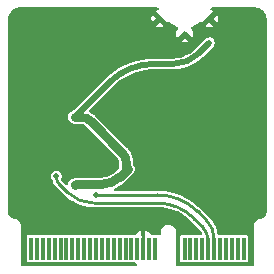
<source format=gbr>
%TF.GenerationSoftware,KiCad,Pcbnew,9.0.0*%
%TF.CreationDate,2025-05-22T16:29:36+04:00*%
%TF.ProjectId,02_05_sensor_magnetometer_LIS2MDLTR,30325f30-355f-4736-956e-736f725f6d61,rev?*%
%TF.SameCoordinates,Original*%
%TF.FileFunction,Copper,L2,Bot*%
%TF.FilePolarity,Positive*%
%FSLAX46Y46*%
G04 Gerber Fmt 4.6, Leading zero omitted, Abs format (unit mm)*
G04 Created by KiCad (PCBNEW 9.0.0) date 2025-05-22 16:29:36*
%MOMM*%
%LPD*%
G01*
G04 APERTURE LIST*
%TA.AperFunction,SMDPad,CuDef*%
%ADD10R,0.350000X1.950000*%
%TD*%
%TA.AperFunction,ComponentPad*%
%ADD11C,0.454000*%
%TD*%
%TA.AperFunction,ViaPad*%
%ADD12C,0.700000*%
%TD*%
%TA.AperFunction,ViaPad*%
%ADD13C,0.500000*%
%TD*%
%TA.AperFunction,Conductor*%
%ADD14C,0.750000*%
%TD*%
%TA.AperFunction,Conductor*%
%ADD15C,0.500000*%
%TD*%
%TA.AperFunction,Conductor*%
%ADD16C,0.250000*%
%TD*%
G04 APERTURE END LIST*
D10*
%TO.P,J1,2,3.3V*%
%TO.N,+3V3*%
X157501100Y-112840617D03*
%TO.P,J1,4,3.3V_EN*%
%TO.N,/3.3V_EN*%
X157001100Y-112840617D03*
%TO.P,J1,6,~{RESET}*%
%TO.N,+5V*%
X156501100Y-112840617D03*
%TO.P,J1,8,G11*%
%TO.N,/G11-SWO*%
X156001100Y-112840617D03*
%TO.P,J1,10,D0*%
%TO.N,/D0*%
X155501100Y-112840617D03*
%TO.P,J1,12,I2C_SDA*%
%TO.N,LIS2MDLTR_SDA*%
X155001100Y-112840617D03*
%TO.P,J1,14,I2C_SCL*%
%TO.N,LIS2MDLTR_SCL*%
X154501100Y-112840617D03*
%TO.P,J1,16,I2C_~{INT}*%
%TO.N,/I2C_~{INT}*%
X154001100Y-112840617D03*
%TO.P,J1,18,D1/CAM_TRIG*%
%TO.N,/D1-CAM_TRIG*%
X153501100Y-112840617D03*
%TO.P,J1,20,RX2*%
%TO.N,/UART_RX2*%
X153001100Y-112840617D03*
%TO.P,J1,22,TX2*%
%TO.N,/UART_TX2*%
X152501100Y-112840617D03*
%TO.P,J1,32,PWM0*%
%TO.N,/PWM0*%
X150001100Y-112840617D03*
%TO.P,J1,34,A0*%
%TO.N,/A0*%
X149501100Y-112840617D03*
%TO.P,J1,36,GND*%
%TO.N,GND*%
X149001100Y-112840617D03*
%TO.P,J1,38,A1*%
%TO.N,/A1*%
X148501100Y-112840617D03*
%TO.P,J1,40,G0/BUS0*%
%TO.N,/G0*%
X148001100Y-112840617D03*
%TO.P,J1,42,G1/BUS1*%
%TO.N,LIS2MDLTR_pwr_cyc*%
X147501100Y-112840617D03*
%TO.P,J1,44,G2/BUS2*%
%TO.N,LIS2MDLTR_INT*%
X147001100Y-112840617D03*
%TO.P,J1,46,G3/BUS3*%
%TO.N,/G3*%
X146501100Y-112840617D03*
%TO.P,J1,48,G4/BUS4*%
%TO.N,/G4*%
X146001100Y-112840617D03*
%TO.P,J1,50,AUD_BCLK*%
%TO.N,/AUD_BCLK*%
X145501100Y-112840617D03*
%TO.P,J1,52,AUD_LRCLK*%
%TO.N,/AUD_LRCLK*%
X145001100Y-112840617D03*
%TO.P,J1,54,AUD_IN/CAM_PCLK*%
%TO.N,/AUD_IN-CAM_PCLK*%
X144501100Y-112840617D03*
%TO.P,J1,56,AUD_OUT/CAM_MCLK*%
%TO.N,/AUD_OUT-CAM_MCLK*%
X144001100Y-112840617D03*
%TO.P,J1,58,AUD_MCLK*%
%TO.N,/AUD_MCLK*%
X143501100Y-112840617D03*
%TO.P,J1,60,SPI_SCK1/SDIO_CLK*%
%TO.N,LIS2MDLTR_MOSI*%
X143001100Y-112840617D03*
%TO.P,J1,62,SPI_SDO1/SDIO_CMD*%
%TO.N,LIS2MDLTR_MISO*%
X142501100Y-112840617D03*
%TO.P,J1,64,SPI_SDI1/SDIO_DATA0*%
%TO.N,LIS2MDLTR_SCK*%
X142001100Y-112840617D03*
%TO.P,J1,66,SDIO_DATA1*%
%TO.N,LIS2MDLTR_CS*%
X141501100Y-112840617D03*
%TO.P,J1,68,SDIO_DATA2*%
%TO.N,/SDIO_DATA2*%
X141001100Y-112840617D03*
%TO.P,J1,70,SPI_~{CS1}/SDIO_DATA3*%
%TO.N,/SDIO_DATA3-~{SPI_CS1}*%
X140501100Y-112840617D03*
%TO.P,J1,72,RTC_3V*%
%TO.N,/RTC_3V_BATT*%
X140001100Y-112840617D03*
%TO.P,J1,74,3.3V*%
%TO.N,+3V3*%
X139501100Y-112840617D03*
D11*
%TO.P,J1,GND1,GND*%
%TO.N,GND*%
X150401100Y-93365617D03*
%TO.P,J1,GND2,GND*%
X152501100Y-94665617D03*
%TO.P,J1,GND3,GND*%
X154601100Y-93365617D03*
%TD*%
D12*
%TO.N,GND*%
X146400000Y-93915617D03*
X146400000Y-94915617D03*
X145400000Y-95915617D03*
X145400000Y-94915617D03*
X145400000Y-93915617D03*
X147400000Y-93915617D03*
X152900000Y-99900000D03*
X152900000Y-98900000D03*
X153900000Y-97900000D03*
X153900000Y-98900000D03*
X153900000Y-99900000D03*
X151900000Y-99900000D03*
D13*
%TO.N,+3V3*%
X154600000Y-95400000D03*
X143200000Y-107500000D03*
X143200000Y-101700000D03*
X147700000Y-106100000D03*
%TO.N,LIS2MDLTR_SCL*%
X141650064Y-106704093D03*
%TO.N,LIS2MDLTR_SDA*%
X145000000Y-108300000D03*
%TD*%
D14*
%TO.N,+3V3*%
X147211090Y-104711090D02*
G75*
G02*
X147564602Y-105564644I-853590J-853510D01*
G01*
X144553553Y-102053553D02*
G75*
G03*
X143700000Y-101699998I-853553J-853547D01*
G01*
X147564644Y-106064644D02*
G75*
G03*
X147650000Y-106100003I85356J85344D01*
G01*
X147650000Y-106100000D02*
X147700000Y-106100000D01*
X147564644Y-106064644D02*
X147564644Y-105564644D01*
X147211090Y-104711090D02*
X144553553Y-102053553D01*
X143200000Y-101700000D02*
X143700000Y-101700000D01*
X143370710Y-107400000D02*
X145480761Y-107400000D01*
D15*
X154600000Y-95400000D02*
X153700000Y-96300000D01*
D14*
X143200000Y-107500000D02*
X143250000Y-107450000D01*
D15*
X149953963Y-97200000D02*
X151527207Y-97200000D01*
X146106207Y-98793792D02*
X143200000Y-101700000D01*
D14*
X147050000Y-106750000D02*
X147700000Y-106100000D01*
D15*
X149953963Y-97200000D02*
G75*
G03*
X146106236Y-98793821I37J-5441500D01*
G01*
X153700000Y-96300000D02*
G75*
G02*
X151527207Y-97200003I-2172800J2172800D01*
G01*
D14*
X147050000Y-106750000D02*
G75*
G02*
X145480761Y-107399984I-1569200J1569200D01*
G01*
X143370710Y-107400000D02*
G75*
G03*
X143249997Y-107449997I-10J-170700D01*
G01*
D16*
%TO.N,LIS2MDLTR_SCL*%
X141807738Y-107307738D02*
X142575032Y-108075032D01*
X150231455Y-109000000D02*
X144808102Y-109000000D01*
X154501100Y-112170858D02*
X154501100Y-112840617D01*
X154027509Y-111027509D02*
X153250550Y-110250550D01*
X141650064Y-106704093D02*
X141650064Y-106927078D01*
X154027509Y-111027509D02*
G75*
G02*
X154501141Y-112170858I-1143309J-1143391D01*
G01*
X141807738Y-107307738D02*
G75*
G02*
X141650080Y-106927078I380662J380638D01*
G01*
X150231455Y-109000000D02*
G75*
G02*
X153250563Y-110250537I45J-4269600D01*
G01*
X144808102Y-109000000D02*
G75*
G02*
X142575039Y-108075025I-2J3158000D01*
G01*
%TO.N,LIS2MDLTR_SDA*%
X150219323Y-108300000D02*
X145100000Y-108300000D01*
X155001100Y-111970858D02*
X155001100Y-112840617D01*
X154386087Y-110486087D02*
X153600550Y-109700550D01*
X150219323Y-108300000D02*
G75*
G02*
X153600543Y-109700557I-23J-4781800D01*
G01*
X154386087Y-110486087D02*
G75*
G02*
X155001124Y-111970858I-1484787J-1484813D01*
G01*
%TD*%
%TA.AperFunction,Conductor*%
%TO.N,GND*%
G36*
X150256125Y-92435802D02*
G01*
X150301880Y-92488606D01*
X150311824Y-92557764D01*
X150282799Y-92621320D01*
X150224021Y-92659094D01*
X150213277Y-92661734D01*
X150189049Y-92666553D01*
X150071678Y-92715168D01*
X150561613Y-93205104D01*
X151051547Y-93695038D01*
X151055949Y-93694162D01*
X151091477Y-93650076D01*
X151157771Y-93628010D01*
X151225470Y-93645288D01*
X151243401Y-93658218D01*
X151419344Y-93810673D01*
X151419350Y-93810677D01*
X151635996Y-93949907D01*
X151636019Y-93949920D01*
X151862774Y-94053475D01*
X151915578Y-94099229D01*
X151935263Y-94166269D01*
X151915579Y-94233308D01*
X151914366Y-94235159D01*
X151856840Y-94321254D01*
X151802038Y-94453558D01*
X151802036Y-94453566D01*
X151774100Y-94594009D01*
X151774100Y-94737224D01*
X151802035Y-94877667D01*
X151802038Y-94877676D01*
X151850650Y-94995037D01*
X152252905Y-94592784D01*
X152314228Y-94559299D01*
X152383920Y-94564283D01*
X152428267Y-94592784D01*
X152430389Y-94594906D01*
X152416324Y-94608972D01*
X152401100Y-94645726D01*
X152401100Y-94685508D01*
X152416324Y-94722262D01*
X152444455Y-94750393D01*
X152481209Y-94765617D01*
X152520991Y-94765617D01*
X152557745Y-94750393D01*
X152585876Y-94722262D01*
X152601100Y-94685508D01*
X152601100Y-94645726D01*
X152585876Y-94608972D01*
X152571810Y-94594906D01*
X152573932Y-94592785D01*
X152635255Y-94559300D01*
X152704947Y-94564284D01*
X152749294Y-94592785D01*
X153151547Y-94995038D01*
X153200161Y-94877675D01*
X153200163Y-94877667D01*
X153228099Y-94737224D01*
X153228100Y-94737221D01*
X153228100Y-94594013D01*
X153228099Y-94594009D01*
X153200163Y-94453566D01*
X153200161Y-94453558D01*
X153145358Y-94321250D01*
X153087834Y-94235159D01*
X153066956Y-94168482D01*
X153085441Y-94101102D01*
X153137420Y-94054412D01*
X153139316Y-94053524D01*
X153221343Y-94016064D01*
X154271677Y-94016064D01*
X154389041Y-94064678D01*
X154389049Y-94064680D01*
X154529492Y-94092616D01*
X154529496Y-94092617D01*
X154672704Y-94092617D01*
X154672707Y-94092616D01*
X154813150Y-94064680D01*
X154813158Y-94064678D01*
X154930521Y-94016064D01*
X154601101Y-93686643D01*
X154601100Y-93686643D01*
X154271677Y-94016064D01*
X153221343Y-94016064D01*
X153366192Y-93949914D01*
X153582856Y-93810673D01*
X153758800Y-93658216D01*
X153822353Y-93629193D01*
X153891511Y-93639136D01*
X153944315Y-93684891D01*
X153949503Y-93694810D01*
X153950650Y-93695038D01*
X154299964Y-93345726D01*
X154501100Y-93345726D01*
X154501100Y-93385508D01*
X154516324Y-93422262D01*
X154544455Y-93450393D01*
X154581209Y-93465617D01*
X154620991Y-93465617D01*
X154657745Y-93450393D01*
X154685876Y-93422262D01*
X154701100Y-93385508D01*
X154701100Y-93365616D01*
X154922126Y-93365616D01*
X154922126Y-93365617D01*
X155251547Y-93695038D01*
X155300161Y-93577675D01*
X155300163Y-93577667D01*
X155328099Y-93437224D01*
X155328100Y-93437221D01*
X155328100Y-93294013D01*
X155328099Y-93294009D01*
X155300163Y-93153566D01*
X155300161Y-93153558D01*
X155251547Y-93036194D01*
X154922126Y-93365616D01*
X154701100Y-93365616D01*
X154701100Y-93345726D01*
X154685876Y-93308972D01*
X154657745Y-93280841D01*
X154620991Y-93265617D01*
X154581209Y-93265617D01*
X154544455Y-93280841D01*
X154516324Y-93308972D01*
X154501100Y-93345726D01*
X154299964Y-93345726D01*
X154419117Y-93226574D01*
X154440587Y-93205104D01*
X154930521Y-92715168D01*
X154813159Y-92666555D01*
X154813150Y-92666553D01*
X154788923Y-92661734D01*
X154727012Y-92629350D01*
X154692438Y-92568634D01*
X154696177Y-92498865D01*
X154737043Y-92442192D01*
X154802061Y-92416611D01*
X154813114Y-92416117D01*
X158493234Y-92416117D01*
X158506716Y-92416852D01*
X158537216Y-92420187D01*
X158653104Y-92432863D01*
X158673654Y-92436890D01*
X158811775Y-92476317D01*
X158831349Y-92483743D01*
X158960838Y-92545843D01*
X158960865Y-92545856D01*
X158978917Y-92556475D01*
X159067068Y-92618914D01*
X159096114Y-92639488D01*
X159096133Y-92639501D01*
X159112142Y-92653009D01*
X159213701Y-92754570D01*
X159227208Y-92770578D01*
X159310233Y-92887796D01*
X159320852Y-92905850D01*
X159382957Y-93035356D01*
X159390387Y-93054939D01*
X159429813Y-93193063D01*
X159433840Y-93213617D01*
X159449865Y-93360146D01*
X159450600Y-93373627D01*
X159450600Y-109755872D01*
X159449451Y-109772714D01*
X159435814Y-109872185D01*
X159429333Y-109898169D01*
X159396341Y-109987818D01*
X159384432Y-110011804D01*
X159379611Y-110019341D01*
X159332964Y-110092274D01*
X159316183Y-110113144D01*
X159248633Y-110180692D01*
X159227763Y-110197471D01*
X159147286Y-110248941D01*
X159123298Y-110260850D01*
X159033656Y-110293836D01*
X159007671Y-110300317D01*
X158906155Y-110314230D01*
X158892791Y-110315329D01*
X158872130Y-110315907D01*
X158864324Y-110317542D01*
X158838078Y-110319407D01*
X158838072Y-110319408D01*
X158723484Y-110352555D01*
X158618415Y-110409056D01*
X158618407Y-110409062D01*
X158527573Y-110486380D01*
X158455019Y-110581074D01*
X158455018Y-110581076D01*
X158403992Y-110688904D01*
X158378932Y-110795850D01*
X158376775Y-110805053D01*
X158376007Y-110844291D01*
X158375600Y-110844699D01*
X158375600Y-110865177D01*
X158375590Y-110865687D01*
X158375579Y-110866282D01*
X158375579Y-110866318D01*
X158375020Y-110896650D01*
X158375600Y-110900539D01*
X158375600Y-114191117D01*
X158355915Y-114258156D01*
X158303111Y-114303911D01*
X158251600Y-114315117D01*
X151900600Y-114315117D01*
X151833561Y-114295432D01*
X151787806Y-114242628D01*
X151776600Y-114191117D01*
X151776600Y-111392323D01*
X151776599Y-111392319D01*
X151770504Y-111365617D01*
X151743981Y-111249411D01*
X151680379Y-111117340D01*
X151667532Y-111101231D01*
X151654618Y-111085037D01*
X151588983Y-111002734D01*
X151523346Y-110950390D01*
X151474379Y-110911339D01*
X151474376Y-110911337D01*
X151342309Y-110847737D01*
X151342307Y-110847736D01*
X151342306Y-110847736D01*
X151297254Y-110837453D01*
X151199397Y-110815117D01*
X151199394Y-110815117D01*
X151052806Y-110815117D01*
X151052802Y-110815117D01*
X150909890Y-110847737D01*
X150777823Y-110911337D01*
X150777820Y-110911339D01*
X150663217Y-111002734D01*
X150571822Y-111117337D01*
X150571820Y-111117340D01*
X150508220Y-111249407D01*
X150475600Y-111392319D01*
X150475600Y-111592609D01*
X150455915Y-111659648D01*
X150403111Y-111705403D01*
X150333953Y-111715347D01*
X150282710Y-111695712D01*
X150265080Y-111683932D01*
X150254331Y-111676750D01*
X150254330Y-111676749D01*
X150254329Y-111676749D01*
X150254329Y-111676748D01*
X150195852Y-111665117D01*
X150195848Y-111665117D01*
X149806352Y-111665117D01*
X149806351Y-111665117D01*
X149775288Y-111671295D01*
X149767053Y-111671300D01*
X149762330Y-111673167D01*
X149727549Y-111671328D01*
X149727084Y-111671329D01*
X149726378Y-111671189D01*
X149695848Y-111665117D01*
X149695617Y-111665117D01*
X149689493Y-111663908D01*
X149663592Y-111650407D01*
X149636509Y-111639452D01*
X149630266Y-111633035D01*
X149627535Y-111631612D01*
X149625619Y-111628260D01*
X149614243Y-111616567D01*
X149533290Y-111508429D01*
X149533287Y-111508426D01*
X149418193Y-111422266D01*
X149418186Y-111422262D01*
X149283479Y-111372020D01*
X149283472Y-111372018D01*
X149223944Y-111365617D01*
X149176100Y-111365617D01*
X149176100Y-111691603D01*
X149173549Y-111700288D01*
X149174838Y-111709250D01*
X149158065Y-111753021D01*
X149156415Y-111758642D01*
X149155661Y-111759294D01*
X149155202Y-111760494D01*
X149137233Y-111787386D01*
X149137231Y-111787390D01*
X149125600Y-111845864D01*
X149125600Y-112716617D01*
X149123049Y-112725302D01*
X149124338Y-112734264D01*
X149113359Y-112758304D01*
X149105915Y-112783656D01*
X149099074Y-112789583D01*
X149095313Y-112797820D01*
X149073078Y-112812109D01*
X149053111Y-112829411D01*
X149042596Y-112831698D01*
X149036535Y-112835594D01*
X149001600Y-112840617D01*
X149000600Y-112840617D01*
X148933561Y-112820932D01*
X148887806Y-112768128D01*
X148876600Y-112716617D01*
X148876600Y-111845866D01*
X148876599Y-111845864D01*
X148864968Y-111787390D01*
X148864967Y-111787389D01*
X148864967Y-111787386D01*
X148846997Y-111760493D01*
X148843960Y-111750793D01*
X148837306Y-111743114D01*
X148833697Y-111718014D01*
X148826120Y-111693816D01*
X148826100Y-111691603D01*
X148826100Y-111365617D01*
X148778255Y-111365617D01*
X148718727Y-111372018D01*
X148718720Y-111372020D01*
X148584013Y-111422262D01*
X148584006Y-111422266D01*
X148468912Y-111508426D01*
X148387956Y-111616568D01*
X148365880Y-111633092D01*
X148346007Y-111652214D01*
X148336583Y-111655023D01*
X148332022Y-111658438D01*
X148312706Y-111663908D01*
X148306582Y-111665117D01*
X148306352Y-111665117D01*
X148275824Y-111671189D01*
X148275116Y-111671329D01*
X148274742Y-111671295D01*
X148226912Y-111671295D01*
X148195849Y-111665117D01*
X148195848Y-111665117D01*
X147806352Y-111665117D01*
X147806351Y-111665117D01*
X147775288Y-111671295D01*
X147726912Y-111671295D01*
X147695849Y-111665117D01*
X147695848Y-111665117D01*
X147306352Y-111665117D01*
X147306351Y-111665117D01*
X147275288Y-111671295D01*
X147226912Y-111671295D01*
X147195849Y-111665117D01*
X147195848Y-111665117D01*
X146806352Y-111665117D01*
X146806351Y-111665117D01*
X146775288Y-111671295D01*
X146726912Y-111671295D01*
X146695849Y-111665117D01*
X146695848Y-111665117D01*
X146306352Y-111665117D01*
X146306351Y-111665117D01*
X146275288Y-111671295D01*
X146226912Y-111671295D01*
X146195849Y-111665117D01*
X146195848Y-111665117D01*
X145806352Y-111665117D01*
X145806351Y-111665117D01*
X145775288Y-111671295D01*
X145726912Y-111671295D01*
X145695849Y-111665117D01*
X145695848Y-111665117D01*
X145306352Y-111665117D01*
X145306351Y-111665117D01*
X145275288Y-111671295D01*
X145226912Y-111671295D01*
X145195849Y-111665117D01*
X145195848Y-111665117D01*
X144806352Y-111665117D01*
X144806351Y-111665117D01*
X144775288Y-111671295D01*
X144726912Y-111671295D01*
X144695849Y-111665117D01*
X144695848Y-111665117D01*
X144306352Y-111665117D01*
X144306351Y-111665117D01*
X144275288Y-111671295D01*
X144226912Y-111671295D01*
X144195849Y-111665117D01*
X144195848Y-111665117D01*
X143806352Y-111665117D01*
X143806351Y-111665117D01*
X143775288Y-111671295D01*
X143726912Y-111671295D01*
X143695849Y-111665117D01*
X143695848Y-111665117D01*
X143306352Y-111665117D01*
X143306351Y-111665117D01*
X143275288Y-111671295D01*
X143226912Y-111671295D01*
X143195849Y-111665117D01*
X143195848Y-111665117D01*
X142806352Y-111665117D01*
X142806351Y-111665117D01*
X142775288Y-111671295D01*
X142726912Y-111671295D01*
X142695849Y-111665117D01*
X142695848Y-111665117D01*
X142306352Y-111665117D01*
X142306351Y-111665117D01*
X142275288Y-111671295D01*
X142226912Y-111671295D01*
X142195849Y-111665117D01*
X142195848Y-111665117D01*
X141806352Y-111665117D01*
X141806351Y-111665117D01*
X141775288Y-111671295D01*
X141726912Y-111671295D01*
X141695849Y-111665117D01*
X141695848Y-111665117D01*
X141306352Y-111665117D01*
X141306351Y-111665117D01*
X141275288Y-111671295D01*
X141226912Y-111671295D01*
X141195849Y-111665117D01*
X141195848Y-111665117D01*
X140806352Y-111665117D01*
X140806351Y-111665117D01*
X140775288Y-111671295D01*
X140726912Y-111671295D01*
X140695849Y-111665117D01*
X140695848Y-111665117D01*
X140306352Y-111665117D01*
X140306351Y-111665117D01*
X140275288Y-111671295D01*
X140226912Y-111671295D01*
X140195849Y-111665117D01*
X140195848Y-111665117D01*
X139806352Y-111665117D01*
X139806351Y-111665117D01*
X139775288Y-111671295D01*
X139726912Y-111671295D01*
X139695849Y-111665117D01*
X139695848Y-111665117D01*
X139306352Y-111665117D01*
X139306347Y-111665117D01*
X139247870Y-111676748D01*
X139247869Y-111676749D01*
X139181547Y-111721064D01*
X139137232Y-111787386D01*
X139137231Y-111787387D01*
X139125600Y-111845864D01*
X139125600Y-113835369D01*
X139137231Y-113893846D01*
X139137232Y-113893847D01*
X139181547Y-113960169D01*
X139247869Y-114004484D01*
X139247870Y-114004485D01*
X139306347Y-114016116D01*
X139306350Y-114016117D01*
X139306352Y-114016117D01*
X139695851Y-114016117D01*
X139719479Y-114011416D01*
X139726905Y-114009939D01*
X139775295Y-114009939D01*
X139782720Y-114011416D01*
X139806349Y-114016117D01*
X139806352Y-114016117D01*
X140195851Y-114016117D01*
X140219479Y-114011416D01*
X140226905Y-114009939D01*
X140275295Y-114009939D01*
X140282720Y-114011416D01*
X140306349Y-114016117D01*
X140306352Y-114016117D01*
X140695851Y-114016117D01*
X140719479Y-114011416D01*
X140726905Y-114009939D01*
X140775295Y-114009939D01*
X140782720Y-114011416D01*
X140806349Y-114016117D01*
X140806352Y-114016117D01*
X141195851Y-114016117D01*
X141219479Y-114011416D01*
X141226905Y-114009939D01*
X141275295Y-114009939D01*
X141282720Y-114011416D01*
X141306349Y-114016117D01*
X141306352Y-114016117D01*
X141695851Y-114016117D01*
X141719479Y-114011416D01*
X141726905Y-114009939D01*
X141775295Y-114009939D01*
X141782720Y-114011416D01*
X141806349Y-114016117D01*
X141806352Y-114016117D01*
X142195851Y-114016117D01*
X142219479Y-114011416D01*
X142226905Y-114009939D01*
X142275295Y-114009939D01*
X142282720Y-114011416D01*
X142306349Y-114016117D01*
X142306352Y-114016117D01*
X142695851Y-114016117D01*
X142719479Y-114011416D01*
X142726905Y-114009939D01*
X142775295Y-114009939D01*
X142782720Y-114011416D01*
X142806349Y-114016117D01*
X142806352Y-114016117D01*
X143195851Y-114016117D01*
X143219479Y-114011416D01*
X143226905Y-114009939D01*
X143275295Y-114009939D01*
X143282720Y-114011416D01*
X143306349Y-114016117D01*
X143306352Y-114016117D01*
X143695851Y-114016117D01*
X143719479Y-114011416D01*
X143726905Y-114009939D01*
X143775295Y-114009939D01*
X143782720Y-114011416D01*
X143806349Y-114016117D01*
X143806352Y-114016117D01*
X144195851Y-114016117D01*
X144219479Y-114011416D01*
X144226905Y-114009939D01*
X144275295Y-114009939D01*
X144282720Y-114011416D01*
X144306349Y-114016117D01*
X144306352Y-114016117D01*
X144695851Y-114016117D01*
X144719479Y-114011416D01*
X144726905Y-114009939D01*
X144775295Y-114009939D01*
X144782720Y-114011416D01*
X144806349Y-114016117D01*
X144806352Y-114016117D01*
X145195851Y-114016117D01*
X145219479Y-114011416D01*
X145226905Y-114009939D01*
X145275295Y-114009939D01*
X145282720Y-114011416D01*
X145306349Y-114016117D01*
X145306352Y-114016117D01*
X145695851Y-114016117D01*
X145719479Y-114011416D01*
X145726905Y-114009939D01*
X145775295Y-114009939D01*
X145782720Y-114011416D01*
X145806349Y-114016117D01*
X145806352Y-114016117D01*
X146195851Y-114016117D01*
X146219479Y-114011416D01*
X146226905Y-114009939D01*
X146275295Y-114009939D01*
X146282720Y-114011416D01*
X146306349Y-114016117D01*
X146306352Y-114016117D01*
X146695851Y-114016117D01*
X146719479Y-114011416D01*
X146726905Y-114009939D01*
X146775295Y-114009939D01*
X146782720Y-114011416D01*
X146806349Y-114016117D01*
X146806352Y-114016117D01*
X147195851Y-114016117D01*
X147219479Y-114011416D01*
X147226905Y-114009939D01*
X147275295Y-114009939D01*
X147282720Y-114011416D01*
X147306349Y-114016117D01*
X147306352Y-114016117D01*
X147695851Y-114016117D01*
X147719479Y-114011416D01*
X147726905Y-114009939D01*
X147775295Y-114009939D01*
X147782720Y-114011416D01*
X147806349Y-114016117D01*
X147806352Y-114016117D01*
X148195851Y-114016117D01*
X148219479Y-114011416D01*
X148226904Y-114009938D01*
X148235142Y-114009932D01*
X148239873Y-114008064D01*
X148274622Y-114009903D01*
X148275114Y-114009903D01*
X148306352Y-114016117D01*
X148306592Y-114016117D01*
X148312710Y-114017325D01*
X148338501Y-114030769D01*
X148365484Y-114041617D01*
X148371867Y-114048163D01*
X148374667Y-114049623D01*
X148376615Y-114053032D01*
X148387958Y-114064666D01*
X148426990Y-114116806D01*
X148451407Y-114182270D01*
X148436556Y-114250543D01*
X148387151Y-114299949D01*
X148327723Y-114315117D01*
X138750600Y-114315117D01*
X138683561Y-114295432D01*
X138637806Y-114242628D01*
X138626600Y-114191117D01*
X138626600Y-110881241D01*
X138627044Y-110880593D01*
X138626600Y-110864897D01*
X138626600Y-110844699D01*
X138626600Y-110826203D01*
X138625358Y-110820392D01*
X138624921Y-110804774D01*
X138596979Y-110689222D01*
X138545670Y-110581983D01*
X138473227Y-110487723D01*
X138382803Y-110410546D01*
X138278333Y-110353810D01*
X138278331Y-110353809D01*
X138278326Y-110353807D01*
X138164368Y-110319986D01*
X138164370Y-110319986D01*
X138164365Y-110319985D01*
X138164363Y-110319984D01*
X138164360Y-110319984D01*
X138138070Y-110317895D01*
X138137667Y-110317863D01*
X138119954Y-110316397D01*
X138118915Y-110315596D01*
X138105852Y-110315230D01*
X138102491Y-110314952D01*
X138101888Y-110314719D01*
X138095880Y-110314225D01*
X137994523Y-110300333D01*
X137968538Y-110293853D01*
X137878887Y-110260863D01*
X137854901Y-110248955D01*
X137774423Y-110197486D01*
X137753555Y-110180709D01*
X137685997Y-110113152D01*
X137669222Y-110092288D01*
X137617751Y-110011812D01*
X137605842Y-109987826D01*
X137572848Y-109898172D01*
X137566367Y-109872187D01*
X137563860Y-109853902D01*
X137552749Y-109772844D01*
X137551600Y-109756003D01*
X137551600Y-106644784D01*
X141199564Y-106644784D01*
X141199564Y-106763402D01*
X141230265Y-106877979D01*
X141289575Y-106980706D01*
X141289577Y-106980708D01*
X141299971Y-106991102D01*
X141333456Y-107052425D01*
X141334764Y-107059387D01*
X141345843Y-107129350D01*
X141387854Y-107258661D01*
X141387855Y-107258663D01*
X141449579Y-107379815D01*
X141484749Y-107428225D01*
X141529500Y-107489825D01*
X141541422Y-107501747D01*
X141541423Y-107501747D01*
X141547269Y-107507593D01*
X141547273Y-107507600D01*
X141577567Y-107537894D01*
X141577571Y-107537898D01*
X141621081Y-107581410D01*
X141621095Y-107581422D01*
X142381050Y-108341376D01*
X142381145Y-108341459D01*
X142465878Y-108426192D01*
X142465884Y-108426198D01*
X142730461Y-108643334D01*
X142730465Y-108643336D01*
X142730469Y-108643340D01*
X142829433Y-108709466D01*
X143015047Y-108833491D01*
X143316902Y-108994838D01*
X143489840Y-109066471D01*
X143633113Y-109125818D01*
X143633117Y-109125819D01*
X143633119Y-109125820D01*
X143960651Y-109225177D01*
X144296345Y-109291951D01*
X144636967Y-109325500D01*
X144765249Y-109325500D01*
X150179904Y-109325500D01*
X150228754Y-109325500D01*
X150234161Y-109325618D01*
X150569807Y-109340269D01*
X150580584Y-109341212D01*
X150619218Y-109346297D01*
X150910992Y-109384708D01*
X150921622Y-109386582D01*
X151247011Y-109458716D01*
X151257440Y-109461511D01*
X151575285Y-109561724D01*
X151585431Y-109565417D01*
X151893336Y-109692954D01*
X151903116Y-109697514D01*
X152198734Y-109851401D01*
X152208099Y-109856807D01*
X152433595Y-110000464D01*
X152489172Y-110035870D01*
X152498033Y-110042075D01*
X152762422Y-110244947D01*
X152770698Y-110251891D01*
X153018105Y-110478597D01*
X153021989Y-110482316D01*
X153760897Y-111221224D01*
X153760899Y-111221227D01*
X153793915Y-111254242D01*
X153800511Y-111261377D01*
X153922635Y-111404356D01*
X153934072Y-111420098D01*
X153968530Y-111476324D01*
X153986777Y-111543769D01*
X153965663Y-111610372D01*
X153911893Y-111654987D01*
X153862805Y-111665117D01*
X153806351Y-111665117D01*
X153775288Y-111671295D01*
X153726912Y-111671295D01*
X153695849Y-111665117D01*
X153695848Y-111665117D01*
X153306352Y-111665117D01*
X153306351Y-111665117D01*
X153275288Y-111671295D01*
X153226912Y-111671295D01*
X153195849Y-111665117D01*
X153195848Y-111665117D01*
X152806352Y-111665117D01*
X152806351Y-111665117D01*
X152775288Y-111671295D01*
X152726912Y-111671295D01*
X152695849Y-111665117D01*
X152695848Y-111665117D01*
X152306352Y-111665117D01*
X152306347Y-111665117D01*
X152247870Y-111676748D01*
X152247869Y-111676749D01*
X152181547Y-111721064D01*
X152137232Y-111787386D01*
X152137231Y-111787387D01*
X152125600Y-111845864D01*
X152125600Y-113835369D01*
X152137231Y-113893846D01*
X152137232Y-113893847D01*
X152181547Y-113960169D01*
X152247869Y-114004484D01*
X152247870Y-114004485D01*
X152306347Y-114016116D01*
X152306350Y-114016117D01*
X152306352Y-114016117D01*
X152695851Y-114016117D01*
X152719479Y-114011416D01*
X152726905Y-114009939D01*
X152775295Y-114009939D01*
X152782720Y-114011416D01*
X152806349Y-114016117D01*
X152806352Y-114016117D01*
X153195851Y-114016117D01*
X153219479Y-114011416D01*
X153226905Y-114009939D01*
X153275295Y-114009939D01*
X153282720Y-114011416D01*
X153306349Y-114016117D01*
X153306352Y-114016117D01*
X153695851Y-114016117D01*
X153719479Y-114011416D01*
X153726905Y-114009939D01*
X153775295Y-114009939D01*
X153782720Y-114011416D01*
X153806349Y-114016117D01*
X153806352Y-114016117D01*
X154195851Y-114016117D01*
X154219479Y-114011416D01*
X154226905Y-114009939D01*
X154275295Y-114009939D01*
X154282720Y-114011416D01*
X154306349Y-114016117D01*
X154306352Y-114016117D01*
X154695851Y-114016117D01*
X154719479Y-114011416D01*
X154726905Y-114009939D01*
X154775295Y-114009939D01*
X154782720Y-114011416D01*
X154806349Y-114016117D01*
X154806352Y-114016117D01*
X155195851Y-114016117D01*
X155219479Y-114011416D01*
X155226905Y-114009939D01*
X155275295Y-114009939D01*
X155282720Y-114011416D01*
X155306349Y-114016117D01*
X155306352Y-114016117D01*
X155695851Y-114016117D01*
X155719479Y-114011416D01*
X155726905Y-114009939D01*
X155775295Y-114009939D01*
X155782720Y-114011416D01*
X155806349Y-114016117D01*
X155806352Y-114016117D01*
X156195851Y-114016117D01*
X156219479Y-114011416D01*
X156226905Y-114009939D01*
X156275295Y-114009939D01*
X156282720Y-114011416D01*
X156306349Y-114016117D01*
X156306352Y-114016117D01*
X156695851Y-114016117D01*
X156719479Y-114011416D01*
X156726905Y-114009939D01*
X156775295Y-114009939D01*
X156782720Y-114011416D01*
X156806349Y-114016117D01*
X156806352Y-114016117D01*
X157195851Y-114016117D01*
X157219479Y-114011416D01*
X157226905Y-114009939D01*
X157275295Y-114009939D01*
X157282720Y-114011416D01*
X157306349Y-114016117D01*
X157306352Y-114016117D01*
X157695850Y-114016117D01*
X157695851Y-114016116D01*
X157710668Y-114013169D01*
X157754329Y-114004485D01*
X157754329Y-114004484D01*
X157754331Y-114004484D01*
X157820652Y-113960169D01*
X157864967Y-113893848D01*
X157864967Y-113893846D01*
X157864968Y-113893846D01*
X157876599Y-113835369D01*
X157876600Y-113835367D01*
X157876600Y-111845866D01*
X157876599Y-111845864D01*
X157864968Y-111787387D01*
X157864967Y-111787386D01*
X157820652Y-111721064D01*
X157754330Y-111676749D01*
X157754329Y-111676748D01*
X157695852Y-111665117D01*
X157695848Y-111665117D01*
X157306352Y-111665117D01*
X157306351Y-111665117D01*
X157275288Y-111671295D01*
X157226912Y-111671295D01*
X157195849Y-111665117D01*
X157195848Y-111665117D01*
X156806352Y-111665117D01*
X156806351Y-111665117D01*
X156775288Y-111671295D01*
X156726912Y-111671295D01*
X156695849Y-111665117D01*
X156695848Y-111665117D01*
X156306352Y-111665117D01*
X156306351Y-111665117D01*
X156275288Y-111671295D01*
X156226912Y-111671295D01*
X156195849Y-111665117D01*
X156195848Y-111665117D01*
X155806352Y-111665117D01*
X155806351Y-111665117D01*
X155775288Y-111671295D01*
X155726912Y-111671295D01*
X155695849Y-111665117D01*
X155695848Y-111665117D01*
X155418012Y-111665117D01*
X155350973Y-111645432D01*
X155305218Y-111592628D01*
X155297407Y-111567234D01*
X155296890Y-111567353D01*
X155283440Y-111508429D01*
X155235497Y-111298389D01*
X155145524Y-111041274D01*
X155132094Y-111013387D01*
X155027334Y-110795856D01*
X155027333Y-110795855D01*
X154882401Y-110565202D01*
X154712558Y-110352231D01*
X154646552Y-110286226D01*
X154646552Y-110286225D01*
X153795098Y-109434770D01*
X153794967Y-109434654D01*
X153688822Y-109328509D01*
X153688815Y-109328502D01*
X153646021Y-109291952D01*
X153383647Y-109067862D01*
X153383633Y-109067852D01*
X153129193Y-108882991D01*
X153058958Y-108831962D01*
X153058955Y-108831960D01*
X153058948Y-108831955D01*
X152716784Y-108622276D01*
X152716773Y-108622269D01*
X152516206Y-108520075D01*
X152359181Y-108440066D01*
X152325701Y-108426198D01*
X151988411Y-108286487D01*
X151988406Y-108286485D01*
X151988400Y-108286483D01*
X151606713Y-108162464D01*
X151216472Y-108068774D01*
X151216466Y-108068773D01*
X150820087Y-108005990D01*
X150820075Y-108005989D01*
X150419993Y-107974500D01*
X150419990Y-107974500D01*
X150262176Y-107974500D01*
X146662459Y-107974500D01*
X146595420Y-107954815D01*
X146549665Y-107902011D01*
X146539721Y-107832853D01*
X146568746Y-107769297D01*
X146615007Y-107735939D01*
X146677102Y-107710219D01*
X146919274Y-107580778D01*
X147147591Y-107428223D01*
X147359855Y-107254023D01*
X147403360Y-107210517D01*
X147403365Y-107210515D01*
X147456940Y-107156940D01*
X147506352Y-107107529D01*
X147506352Y-107107527D01*
X147516557Y-107097323D01*
X147516560Y-107097318D01*
X148160515Y-106453365D01*
X148236281Y-106322135D01*
X148275500Y-106175766D01*
X148275500Y-106024233D01*
X148236281Y-105877865D01*
X148160515Y-105746635D01*
X148160513Y-105746633D01*
X148156757Y-105740127D01*
X148152607Y-105724645D01*
X148145174Y-105713085D01*
X148140152Y-105678182D01*
X148140144Y-105678152D01*
X148140144Y-105488878D01*
X148140104Y-105488733D01*
X148140103Y-105480368D01*
X148140104Y-105480361D01*
X148140103Y-105480335D01*
X148140105Y-105447829D01*
X148109614Y-105216154D01*
X148049144Y-104990441D01*
X147959730Y-104774552D01*
X147842903Y-104572181D01*
X147700660Y-104386789D01*
X147678108Y-104364235D01*
X147671612Y-104357738D01*
X147671605Y-104357725D01*
X147615022Y-104301142D01*
X147615020Y-104301140D01*
X147615019Y-104301138D01*
X147563540Y-104249654D01*
X147563485Y-104249605D01*
X144902603Y-101588722D01*
X144902572Y-101588693D01*
X144877881Y-101564002D01*
X144877874Y-101563996D01*
X144692496Y-101421751D01*
X144692494Y-101421750D01*
X144692488Y-101421745D01*
X144490119Y-101304906D01*
X144490117Y-101304905D01*
X144479186Y-101300377D01*
X144424785Y-101256534D01*
X144402723Y-101190238D01*
X144420005Y-101122540D01*
X144438959Y-101098141D01*
X146423037Y-99114064D01*
X146426497Y-99110737D01*
X146708980Y-98849607D01*
X146716342Y-98843319D01*
X147016493Y-98606694D01*
X147024313Y-98601011D01*
X147342119Y-98388655D01*
X147350384Y-98383591D01*
X147683836Y-98196844D01*
X147692489Y-98192436D01*
X148039567Y-98032427D01*
X148048519Y-98028719D01*
X148407095Y-97896429D01*
X148416312Y-97893435D01*
X148784139Y-97789694D01*
X148793602Y-97787421D01*
X149168441Y-97712858D01*
X149178008Y-97711343D01*
X149557552Y-97666419D01*
X149567220Y-97665658D01*
X149950505Y-97650595D01*
X149955374Y-97650500D01*
X151467899Y-97650500D01*
X151475843Y-97650500D01*
X151475853Y-97650503D01*
X151527208Y-97650503D01*
X151700293Y-97650503D01*
X151700296Y-97650503D01*
X152044806Y-97616571D01*
X152384331Y-97549034D01*
X152715601Y-97448544D01*
X153035426Y-97316068D01*
X153340726Y-97152881D01*
X153628561Y-96960555D01*
X153896160Y-96740943D01*
X153976612Y-96660489D01*
X153976614Y-96660489D01*
X153982240Y-96654862D01*
X153982249Y-96654857D01*
X154018551Y-96618551D01*
X154018552Y-96618552D01*
X154039520Y-96597582D01*
X154960489Y-95676614D01*
X155019799Y-95573887D01*
X155026285Y-95549675D01*
X155026286Y-95549675D01*
X155026286Y-95549671D01*
X155050500Y-95459309D01*
X155050500Y-95340691D01*
X155019799Y-95226114D01*
X155019799Y-95226113D01*
X154960489Y-95123386D01*
X154876614Y-95039511D01*
X154825250Y-95009856D01*
X154773888Y-94980201D01*
X154761780Y-94976957D01*
X154749673Y-94973713D01*
X154749670Y-94973712D01*
X154711478Y-94963478D01*
X154659309Y-94949500D01*
X154540691Y-94949500D01*
X154450325Y-94973713D01*
X154450324Y-94973712D01*
X154426116Y-94980199D01*
X154426113Y-94980200D01*
X154323386Y-95039511D01*
X154323383Y-95039513D01*
X153402417Y-95960478D01*
X153402417Y-95960479D01*
X153383904Y-95978992D01*
X153378852Y-95983767D01*
X153167377Y-96172754D01*
X153156505Y-96181425D01*
X152928029Y-96343536D01*
X152916255Y-96350934D01*
X152671070Y-96486444D01*
X152658542Y-96492477D01*
X152399731Y-96599680D01*
X152386605Y-96604273D01*
X152117408Y-96681827D01*
X152103852Y-96684921D01*
X151827675Y-96731847D01*
X151813857Y-96733404D01*
X151530731Y-96749305D01*
X151523778Y-96749500D01*
X150005362Y-96749500D01*
X150005225Y-96749460D01*
X149743523Y-96749460D01*
X149323724Y-96779489D01*
X148907131Y-96839388D01*
X148495888Y-96928853D01*
X148092052Y-97047434D01*
X147697738Y-97194509D01*
X147314888Y-97369355D01*
X146945504Y-97571058D01*
X146591439Y-97798607D01*
X146591435Y-97798610D01*
X146254523Y-98050824D01*
X145936463Y-98326431D01*
X145936435Y-98326457D01*
X145829595Y-98433301D01*
X143167075Y-101095821D01*
X143111488Y-101127915D01*
X143065846Y-101140144D01*
X142977865Y-101163719D01*
X142977863Y-101163719D01*
X142977863Y-101163720D01*
X142846635Y-101239485D01*
X142846632Y-101239487D01*
X142739487Y-101346632D01*
X142739485Y-101346635D01*
X142663719Y-101477863D01*
X142624500Y-101624234D01*
X142624500Y-101775765D01*
X142663719Y-101922136D01*
X142701602Y-101987750D01*
X142739485Y-102053365D01*
X142846635Y-102160515D01*
X142977865Y-102236281D01*
X143124234Y-102275500D01*
X143630122Y-102275500D01*
X143693907Y-102275500D01*
X143706060Y-102276097D01*
X143728192Y-102278276D01*
X143811067Y-102286439D01*
X143834905Y-102291181D01*
X143930019Y-102320034D01*
X143952474Y-102329334D01*
X144040130Y-102376188D01*
X144060340Y-102389692D01*
X144141922Y-102456646D01*
X144150933Y-102464813D01*
X146799809Y-105113689D01*
X146807985Y-105122710D01*
X146874926Y-105204286D01*
X146888430Y-105224498D01*
X146935276Y-105312150D01*
X146944577Y-105334607D01*
X146973425Y-105429719D01*
X146978166Y-105453561D01*
X146988546Y-105558998D01*
X146989143Y-105571145D01*
X146989143Y-105583771D01*
X146989141Y-105634501D01*
X146989143Y-105634512D01*
X146989144Y-105642123D01*
X146989144Y-105945613D01*
X146969459Y-106012652D01*
X146952825Y-106033294D01*
X146692473Y-106293646D01*
X146692467Y-106293650D01*
X146645951Y-106340168D01*
X146640028Y-106345716D01*
X146487514Y-106479467D01*
X146474645Y-106489341D01*
X146309390Y-106599760D01*
X146295343Y-106607871D01*
X146117091Y-106695774D01*
X146102105Y-106701981D01*
X145913894Y-106765868D01*
X145898227Y-106770066D01*
X145703293Y-106808838D01*
X145687211Y-106810955D01*
X145484554Y-106824234D01*
X145476448Y-106824499D01*
X145442917Y-106824499D01*
X145410893Y-106824499D01*
X145410889Y-106824499D01*
X145403284Y-106824500D01*
X145403283Y-106824499D01*
X145403282Y-106824500D01*
X143294944Y-106824500D01*
X143294941Y-106824500D01*
X143294939Y-106824501D01*
X143292209Y-106825232D01*
X143284324Y-106827069D01*
X143153067Y-106853172D01*
X143017264Y-106909419D01*
X143017251Y-106909426D01*
X142913714Y-106978604D01*
X142913708Y-106978608D01*
X142902503Y-106986096D01*
X142896635Y-106989485D01*
X142861547Y-107024573D01*
X142843060Y-107043060D01*
X142841105Y-107045014D01*
X142841094Y-107045025D01*
X142793646Y-107092472D01*
X142793645Y-107092472D01*
X142793646Y-107092473D01*
X142739484Y-107146635D01*
X142663720Y-107277861D01*
X142629382Y-107406013D01*
X142593017Y-107465673D01*
X142530170Y-107496202D01*
X142460794Y-107487907D01*
X142421926Y-107461600D01*
X142340141Y-107379815D01*
X142052387Y-107092060D01*
X142018902Y-107030737D01*
X142023886Y-106961045D01*
X142032682Y-106942378D01*
X142069860Y-106877984D01*
X142069861Y-106877983D01*
X142069862Y-106877980D01*
X142069863Y-106877979D01*
X142100564Y-106763402D01*
X142100564Y-106644784D01*
X142069863Y-106530207D01*
X142010553Y-106427480D01*
X141926677Y-106343604D01*
X141823950Y-106284294D01*
X141709373Y-106253593D01*
X141590755Y-106253593D01*
X141476178Y-106284294D01*
X141476176Y-106284294D01*
X141476176Y-106284295D01*
X141373451Y-106343604D01*
X141373448Y-106343606D01*
X141289577Y-106427477D01*
X141289575Y-106427480D01*
X141230265Y-106530207D01*
X141199564Y-106644784D01*
X137551600Y-106644784D01*
X137551600Y-95316064D01*
X152171677Y-95316064D01*
X152289041Y-95364678D01*
X152289049Y-95364680D01*
X152429492Y-95392616D01*
X152429496Y-95392617D01*
X152572704Y-95392617D01*
X152572707Y-95392616D01*
X152713150Y-95364680D01*
X152713158Y-95364678D01*
X152830521Y-95316064D01*
X152501101Y-94986643D01*
X152501100Y-94986643D01*
X152171677Y-95316064D01*
X137551600Y-95316064D01*
X137551600Y-94016064D01*
X150071677Y-94016064D01*
X150189041Y-94064678D01*
X150189049Y-94064680D01*
X150329492Y-94092616D01*
X150329496Y-94092617D01*
X150472704Y-94092617D01*
X150472707Y-94092616D01*
X150613150Y-94064680D01*
X150613158Y-94064678D01*
X150730521Y-94016064D01*
X150401101Y-93686643D01*
X150401100Y-93686643D01*
X150071677Y-94016064D01*
X137551600Y-94016064D01*
X137551600Y-93373470D01*
X137552335Y-93359989D01*
X137559551Y-93294009D01*
X149674100Y-93294009D01*
X149674100Y-93437224D01*
X149702035Y-93577667D01*
X149702038Y-93577676D01*
X149750650Y-93695037D01*
X150080073Y-93365617D01*
X150060182Y-93345726D01*
X150301100Y-93345726D01*
X150301100Y-93385508D01*
X150316324Y-93422262D01*
X150344455Y-93450393D01*
X150381209Y-93465617D01*
X150420991Y-93465617D01*
X150457745Y-93450393D01*
X150485876Y-93422262D01*
X150501100Y-93385508D01*
X150501100Y-93345726D01*
X150485876Y-93308972D01*
X150457745Y-93280841D01*
X150420991Y-93265617D01*
X150381209Y-93265617D01*
X150344455Y-93280841D01*
X150316324Y-93308972D01*
X150301100Y-93345726D01*
X150060182Y-93345726D01*
X149750651Y-93036195D01*
X149702036Y-93153566D01*
X149702035Y-93153566D01*
X149674100Y-93294009D01*
X137559551Y-93294009D01*
X137561691Y-93274441D01*
X137561691Y-93274440D01*
X137568343Y-93213615D01*
X137572370Y-93193061D01*
X137583643Y-93153566D01*
X137611797Y-93054931D01*
X137619223Y-93035356D01*
X137681335Y-92905836D01*
X137691953Y-92887786D01*
X137774980Y-92770565D01*
X137788478Y-92754566D01*
X137890053Y-92652989D01*
X137906048Y-92639493D01*
X138023275Y-92556459D01*
X138041318Y-92545845D01*
X138170846Y-92483726D01*
X138190415Y-92476302D01*
X138328541Y-92436873D01*
X138349091Y-92432846D01*
X138495327Y-92416851D01*
X138508809Y-92416117D01*
X150189086Y-92416117D01*
X150256125Y-92435802D01*
G37*
%TD.AperFunction*%
%TD*%
M02*

</source>
